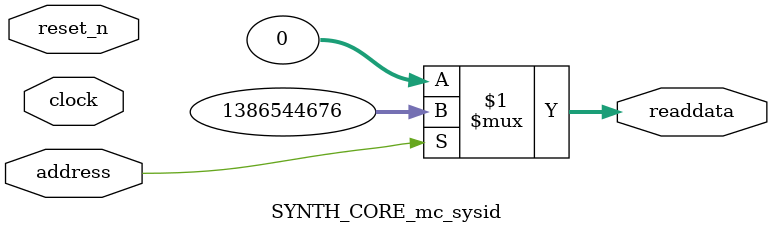
<source format=v>

`timescale 1ns / 1ps
// synthesis translate_on

// turn off superfluous verilog processor warnings 
// altera message_level Level1 
// altera message_off 10034 10035 10036 10037 10230 10240 10030 

module SYNTH_CORE_mc_sysid (
               // inputs:
                address,
                clock,
                reset_n,

               // outputs:
                readdata
             )
;

  output  [ 31: 0] readdata;
  input            address;
  input            clock;
  input            reset_n;

  wire    [ 31: 0] readdata;
  //control_slave, which is an e_avalon_slave
  assign readdata = address ? 1386544676 : 0;

endmodule




</source>
